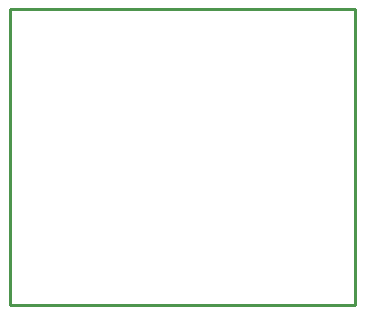
<source format=gbr>
G04 EAGLE Gerber RS-274X export*
G75*
%MOMM*%
%FSLAX34Y34*%
%LPD*%
%IN*%
%IPPOS*%
%AMOC8*
5,1,8,0,0,1.08239X$1,22.5*%
G01*
%ADD10C,0.254000*%


D10*
X88900Y63500D02*
X380800Y63500D01*
X380800Y314200D01*
X88900Y314200D01*
X88900Y63500D01*
M02*

</source>
